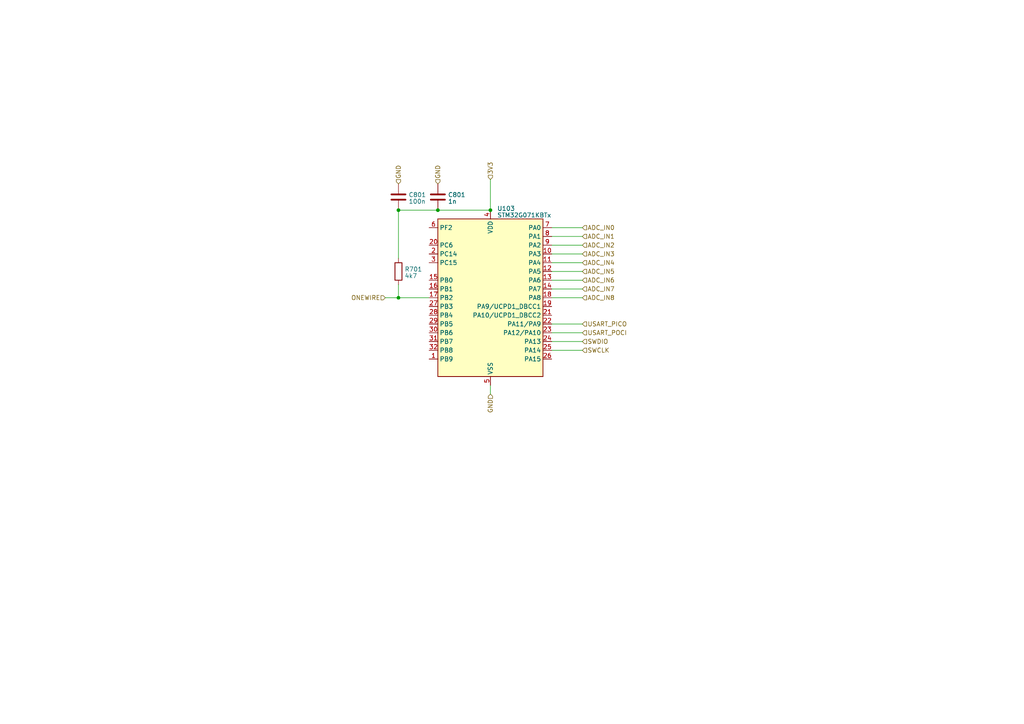
<source format=kicad_sch>
(kicad_sch (version 20230121) (generator eeschema)

  (uuid a2a88a52-8cdb-4122-8d15-41075823ed07)

  (paper "A4")

  (lib_symbols
    (symbol "Device:C" (pin_numbers hide) (pin_names (offset 0.254)) (in_bom yes) (on_board yes)
      (property "Reference" "C" (at 0.635 2.54 0)
        (effects (font (size 1.27 1.27)) (justify left))
      )
      (property "Value" "C" (at 0.635 -2.54 0)
        (effects (font (size 1.27 1.27)) (justify left))
      )
      (property "Footprint" "" (at 0.9652 -3.81 0)
        (effects (font (size 1.27 1.27)) hide)
      )
      (property "Datasheet" "~" (at 0 0 0)
        (effects (font (size 1.27 1.27)) hide)
      )
      (property "ki_keywords" "cap capacitor" (at 0 0 0)
        (effects (font (size 1.27 1.27)) hide)
      )
      (property "ki_description" "Unpolarized capacitor" (at 0 0 0)
        (effects (font (size 1.27 1.27)) hide)
      )
      (property "ki_fp_filters" "C_*" (at 0 0 0)
        (effects (font (size 1.27 1.27)) hide)
      )
      (symbol "C_0_1"
        (polyline
          (pts
            (xy -2.032 -0.762)
            (xy 2.032 -0.762)
          )
          (stroke (width 0.508) (type default))
          (fill (type none))
        )
        (polyline
          (pts
            (xy -2.032 0.762)
            (xy 2.032 0.762)
          )
          (stroke (width 0.508) (type default))
          (fill (type none))
        )
      )
      (symbol "C_1_1"
        (pin passive line (at 0 3.81 270) (length 2.794)
          (name "~" (effects (font (size 1.27 1.27))))
          (number "1" (effects (font (size 1.27 1.27))))
        )
        (pin passive line (at 0 -3.81 90) (length 2.794)
          (name "~" (effects (font (size 1.27 1.27))))
          (number "2" (effects (font (size 1.27 1.27))))
        )
      )
    )
    (symbol "Device:R" (pin_numbers hide) (pin_names (offset 0)) (in_bom yes) (on_board yes)
      (property "Reference" "R" (at 2.032 0 90)
        (effects (font (size 1.27 1.27)))
      )
      (property "Value" "R" (at 0 0 90)
        (effects (font (size 1.27 1.27)))
      )
      (property "Footprint" "" (at -1.778 0 90)
        (effects (font (size 1.27 1.27)) hide)
      )
      (property "Datasheet" "~" (at 0 0 0)
        (effects (font (size 1.27 1.27)) hide)
      )
      (property "ki_keywords" "R res resistor" (at 0 0 0)
        (effects (font (size 1.27 1.27)) hide)
      )
      (property "ki_description" "Resistor" (at 0 0 0)
        (effects (font (size 1.27 1.27)) hide)
      )
      (property "ki_fp_filters" "R_*" (at 0 0 0)
        (effects (font (size 1.27 1.27)) hide)
      )
      (symbol "R_0_1"
        (rectangle (start -1.016 -2.54) (end 1.016 2.54)
          (stroke (width 0.254) (type default))
          (fill (type none))
        )
      )
      (symbol "R_1_1"
        (pin passive line (at 0 3.81 270) (length 1.27)
          (name "~" (effects (font (size 1.27 1.27))))
          (number "1" (effects (font (size 1.27 1.27))))
        )
        (pin passive line (at 0 -3.81 90) (length 1.27)
          (name "~" (effects (font (size 1.27 1.27))))
          (number "2" (effects (font (size 1.27 1.27))))
        )
      )
    )
    (symbol "MCU_ST_STM32G0:STM32G071KBTx" (in_bom yes) (on_board yes)
      (property "Reference" "U" (at -15.24 24.13 0)
        (effects (font (size 1.27 1.27)) (justify left))
      )
      (property "Value" "STM32G071KBTx" (at 2.54 24.13 0)
        (effects (font (size 1.27 1.27)) (justify left))
      )
      (property "Footprint" "Package_QFP:LQFP-32_7x7mm_P0.8mm" (at -15.24 -22.86 0)
        (effects (font (size 1.27 1.27)) (justify right) hide)
      )
      (property "Datasheet" "https://www.st.com/resource/en/datasheet/stm32g071kb.pdf" (at 0 0 0)
        (effects (font (size 1.27 1.27)) hide)
      )
      (property "ki_locked" "" (at 0 0 0)
        (effects (font (size 1.27 1.27)))
      )
      (property "ki_keywords" "Arm Cortex-M0+ STM32G0 STM32G0x1" (at 0 0 0)
        (effects (font (size 1.27 1.27)) hide)
      )
      (property "ki_description" "STMicroelectronics Arm Cortex-M0+ MCU, 128KB flash, 36KB RAM, 64 MHz, 1.7-3.6V, 30 GPIO, LQFP32" (at 0 0 0)
        (effects (font (size 1.27 1.27)) hide)
      )
      (property "ki_fp_filters" "LQFP*7x7mm*P0.8mm*" (at 0 0 0)
        (effects (font (size 1.27 1.27)) hide)
      )
      (symbol "STM32G071KBTx_0_1"
        (rectangle (start -15.24 -22.86) (end 15.24 22.86)
          (stroke (width 0.254) (type default))
          (fill (type background))
        )
      )
      (symbol "STM32G071KBTx_1_1"
        (pin bidirectional line (at -17.78 -17.78 0) (length 2.54)
          (name "PB9" (effects (font (size 1.27 1.27))))
          (number "1" (effects (font (size 1.27 1.27))))
          (alternate "DAC1_EXTI9" bidirectional line)
          (alternate "I2C1_SDA" bidirectional line)
          (alternate "IR_OUT" bidirectional line)
          (alternate "SPI2_NSS" bidirectional line)
          (alternate "TIM17_CH1" bidirectional line)
          (alternate "USART3_RX" bidirectional line)
        )
        (pin bidirectional line (at 17.78 12.7 180) (length 2.54)
          (name "PA3" (effects (font (size 1.27 1.27))))
          (number "10" (effects (font (size 1.27 1.27))))
          (alternate "ADC1_IN3" bidirectional line)
          (alternate "COMP2_INP" bidirectional line)
          (alternate "LPUART1_RX" bidirectional line)
          (alternate "SPI2_MISO" bidirectional line)
          (alternate "TIM15_CH2" bidirectional line)
          (alternate "TIM2_CH4" bidirectional line)
          (alternate "USART2_RX" bidirectional line)
        )
        (pin bidirectional line (at 17.78 10.16 180) (length 2.54)
          (name "PA4" (effects (font (size 1.27 1.27))))
          (number "11" (effects (font (size 1.27 1.27))))
          (alternate "ADC1_IN4" bidirectional line)
          (alternate "DAC1_OUT1" bidirectional line)
          (alternate "I2S1_WS" bidirectional line)
          (alternate "LPTIM2_OUT" bidirectional line)
          (alternate "RTC_OUT_ALARM" bidirectional line)
          (alternate "RTC_OUT_CALIB" bidirectional line)
          (alternate "RTC_TAMP_IN1" bidirectional line)
          (alternate "RTC_TS" bidirectional line)
          (alternate "SPI1_NSS" bidirectional line)
          (alternate "SPI2_MOSI" bidirectional line)
          (alternate "SYS_WKUP2" bidirectional line)
          (alternate "TIM14_CH1" bidirectional line)
        )
        (pin bidirectional line (at 17.78 7.62 180) (length 2.54)
          (name "PA5" (effects (font (size 1.27 1.27))))
          (number "12" (effects (font (size 1.27 1.27))))
          (alternate "ADC1_IN5" bidirectional line)
          (alternate "CEC" bidirectional line)
          (alternate "DAC1_OUT2" bidirectional line)
          (alternate "I2S1_CK" bidirectional line)
          (alternate "LPTIM2_ETR" bidirectional line)
          (alternate "SPI1_SCK" bidirectional line)
          (alternate "TIM2_CH1" bidirectional line)
          (alternate "TIM2_ETR" bidirectional line)
          (alternate "UCPD1_FRSTX1" bidirectional line)
          (alternate "UCPD1_FRSTX2" bidirectional line)
          (alternate "USART3_TX" bidirectional line)
        )
        (pin bidirectional line (at 17.78 5.08 180) (length 2.54)
          (name "PA6" (effects (font (size 1.27 1.27))))
          (number "13" (effects (font (size 1.27 1.27))))
          (alternate "ADC1_IN6" bidirectional line)
          (alternate "COMP1_OUT" bidirectional line)
          (alternate "I2S1_MCK" bidirectional line)
          (alternate "LPUART1_CTS" bidirectional line)
          (alternate "SPI1_MISO" bidirectional line)
          (alternate "TIM16_CH1" bidirectional line)
          (alternate "TIM1_BK" bidirectional line)
          (alternate "TIM3_CH1" bidirectional line)
          (alternate "USART3_CTS" bidirectional line)
          (alternate "USART3_NSS" bidirectional line)
        )
        (pin bidirectional line (at 17.78 2.54 180) (length 2.54)
          (name "PA7" (effects (font (size 1.27 1.27))))
          (number "14" (effects (font (size 1.27 1.27))))
          (alternate "ADC1_IN7" bidirectional line)
          (alternate "COMP2_OUT" bidirectional line)
          (alternate "I2S1_SD" bidirectional line)
          (alternate "SPI1_MOSI" bidirectional line)
          (alternate "TIM14_CH1" bidirectional line)
          (alternate "TIM17_CH1" bidirectional line)
          (alternate "TIM1_CH1N" bidirectional line)
          (alternate "TIM3_CH2" bidirectional line)
          (alternate "UCPD1_FRSTX1" bidirectional line)
          (alternate "UCPD1_FRSTX2" bidirectional line)
        )
        (pin bidirectional line (at -17.78 5.08 0) (length 2.54)
          (name "PB0" (effects (font (size 1.27 1.27))))
          (number "15" (effects (font (size 1.27 1.27))))
          (alternate "ADC1_IN8" bidirectional line)
          (alternate "COMP1_OUT" bidirectional line)
          (alternate "I2S1_WS" bidirectional line)
          (alternate "LPTIM1_OUT" bidirectional line)
          (alternate "SPI1_NSS" bidirectional line)
          (alternate "TIM1_CH2N" bidirectional line)
          (alternate "TIM3_CH3" bidirectional line)
          (alternate "UCPD1_FRSTX1" bidirectional line)
          (alternate "UCPD1_FRSTX2" bidirectional line)
          (alternate "USART3_RX" bidirectional line)
        )
        (pin bidirectional line (at -17.78 2.54 0) (length 2.54)
          (name "PB1" (effects (font (size 1.27 1.27))))
          (number "16" (effects (font (size 1.27 1.27))))
          (alternate "ADC1_IN9" bidirectional line)
          (alternate "COMP1_INM" bidirectional line)
          (alternate "LPTIM2_IN1" bidirectional line)
          (alternate "LPUART1_DE" bidirectional line)
          (alternate "LPUART1_RTS" bidirectional line)
          (alternate "TIM14_CH1" bidirectional line)
          (alternate "TIM1_CH3N" bidirectional line)
          (alternate "TIM3_CH4" bidirectional line)
          (alternate "USART3_CK" bidirectional line)
          (alternate "USART3_DE" bidirectional line)
          (alternate "USART3_RTS" bidirectional line)
        )
        (pin bidirectional line (at -17.78 0 0) (length 2.54)
          (name "PB2" (effects (font (size 1.27 1.27))))
          (number "17" (effects (font (size 1.27 1.27))))
          (alternate "ADC1_IN10" bidirectional line)
          (alternate "COMP1_INP" bidirectional line)
          (alternate "LPTIM1_OUT" bidirectional line)
          (alternate "SPI2_MISO" bidirectional line)
          (alternate "USART3_TX" bidirectional line)
        )
        (pin bidirectional line (at 17.78 0 180) (length 2.54)
          (name "PA8" (effects (font (size 1.27 1.27))))
          (number "18" (effects (font (size 1.27 1.27))))
          (alternate "LPTIM2_OUT" bidirectional line)
          (alternate "RCC_MCO" bidirectional line)
          (alternate "SPI2_NSS" bidirectional line)
          (alternate "TIM1_CH1" bidirectional line)
          (alternate "UCPD1_CC1" bidirectional line)
        )
        (pin bidirectional line (at 17.78 -2.54 180) (length 2.54)
          (name "PA9/UCPD1_DBCC1" (effects (font (size 1.27 1.27))))
          (number "19" (effects (font (size 1.27 1.27))))
          (alternate "DAC1_EXTI9" bidirectional line)
          (alternate "I2C1_SCL" bidirectional line)
          (alternate "RCC_MCO" bidirectional line)
          (alternate "SPI2_MISO" bidirectional line)
          (alternate "TIM15_BK" bidirectional line)
          (alternate "TIM1_CH2" bidirectional line)
          (alternate "UCPD1_DBCC1" bidirectional line)
          (alternate "USART1_TX" bidirectional line)
        )
        (pin bidirectional line (at -17.78 12.7 0) (length 2.54)
          (name "PC14" (effects (font (size 1.27 1.27))))
          (number "2" (effects (font (size 1.27 1.27))))
          (alternate "RCC_OSC32_IN" bidirectional line)
          (alternate "RCC_OSC_IN" bidirectional line)
          (alternate "TIM1_BK2" bidirectional line)
        )
        (pin bidirectional line (at -17.78 15.24 0) (length 2.54)
          (name "PC6" (effects (font (size 1.27 1.27))))
          (number "20" (effects (font (size 1.27 1.27))))
          (alternate "TIM2_CH3" bidirectional line)
          (alternate "TIM3_CH1" bidirectional line)
          (alternate "UCPD1_FRSTX1" bidirectional line)
          (alternate "UCPD1_FRSTX2" bidirectional line)
        )
        (pin bidirectional line (at 17.78 -5.08 180) (length 2.54)
          (name "PA10/UCPD1_DBCC2" (effects (font (size 1.27 1.27))))
          (number "21" (effects (font (size 1.27 1.27))))
          (alternate "I2C1_SDA" bidirectional line)
          (alternate "SPI2_MOSI" bidirectional line)
          (alternate "TIM17_BK" bidirectional line)
          (alternate "TIM1_CH3" bidirectional line)
          (alternate "UCPD1_DBCC2" bidirectional line)
          (alternate "USART1_RX" bidirectional line)
        )
        (pin bidirectional line (at 17.78 -7.62 180) (length 2.54)
          (name "PA11/PA9" (effects (font (size 1.27 1.27))))
          (number "22" (effects (font (size 1.27 1.27))))
          (alternate "ADC1_EXTI11" bidirectional line)
          (alternate "COMP1_OUT" bidirectional line)
          (alternate "I2C2_SCL" bidirectional line)
          (alternate "I2S1_MCK" bidirectional line)
          (alternate "SPI1_MISO" bidirectional line)
          (alternate "TIM1_BK2" bidirectional line)
          (alternate "TIM1_CH4" bidirectional line)
          (alternate "USART1_CTS" bidirectional line)
          (alternate "USART1_NSS" bidirectional line)
        )
        (pin bidirectional line (at 17.78 -10.16 180) (length 2.54)
          (name "PA12/PA10" (effects (font (size 1.27 1.27))))
          (number "23" (effects (font (size 1.27 1.27))))
          (alternate "COMP2_OUT" bidirectional line)
          (alternate "I2C2_SDA" bidirectional line)
          (alternate "I2S1_SD" bidirectional line)
          (alternate "I2S_CKIN" bidirectional line)
          (alternate "SPI1_MOSI" bidirectional line)
          (alternate "TIM1_ETR" bidirectional line)
          (alternate "USART1_CK" bidirectional line)
          (alternate "USART1_DE" bidirectional line)
          (alternate "USART1_RTS" bidirectional line)
        )
        (pin bidirectional line (at 17.78 -12.7 180) (length 2.54)
          (name "PA13" (effects (font (size 1.27 1.27))))
          (number "24" (effects (font (size 1.27 1.27))))
          (alternate "IR_OUT" bidirectional line)
          (alternate "SYS_SWDIO" bidirectional line)
        )
        (pin bidirectional line (at 17.78 -15.24 180) (length 2.54)
          (name "PA14" (effects (font (size 1.27 1.27))))
          (number "25" (effects (font (size 1.27 1.27))))
          (alternate "SYS_SWCLK" bidirectional line)
          (alternate "USART2_TX" bidirectional line)
        )
        (pin bidirectional line (at 17.78 -17.78 180) (length 2.54)
          (name "PA15" (effects (font (size 1.27 1.27))))
          (number "26" (effects (font (size 1.27 1.27))))
          (alternate "I2S1_WS" bidirectional line)
          (alternate "SPI1_NSS" bidirectional line)
          (alternate "TIM2_CH1" bidirectional line)
          (alternate "TIM2_ETR" bidirectional line)
          (alternate "USART2_RX" bidirectional line)
          (alternate "USART3_CK" bidirectional line)
          (alternate "USART3_DE" bidirectional line)
          (alternate "USART3_RTS" bidirectional line)
          (alternate "USART4_CK" bidirectional line)
          (alternate "USART4_DE" bidirectional line)
          (alternate "USART4_RTS" bidirectional line)
        )
        (pin bidirectional line (at -17.78 -2.54 0) (length 2.54)
          (name "PB3" (effects (font (size 1.27 1.27))))
          (number "27" (effects (font (size 1.27 1.27))))
          (alternate "COMP2_INM" bidirectional line)
          (alternate "I2S1_CK" bidirectional line)
          (alternate "SPI1_SCK" bidirectional line)
          (alternate "TIM1_CH2" bidirectional line)
          (alternate "TIM2_CH2" bidirectional line)
          (alternate "USART1_CK" bidirectional line)
          (alternate "USART1_DE" bidirectional line)
          (alternate "USART1_RTS" bidirectional line)
        )
        (pin bidirectional line (at -17.78 -5.08 0) (length 2.54)
          (name "PB4" (effects (font (size 1.27 1.27))))
          (number "28" (effects (font (size 1.27 1.27))))
          (alternate "COMP2_INP" bidirectional line)
          (alternate "I2S1_MCK" bidirectional line)
          (alternate "SPI1_MISO" bidirectional line)
          (alternate "TIM17_BK" bidirectional line)
          (alternate "TIM3_CH1" bidirectional line)
          (alternate "USART1_CTS" bidirectional line)
          (alternate "USART1_NSS" bidirectional line)
        )
        (pin bidirectional line (at -17.78 -7.62 0) (length 2.54)
          (name "PB5" (effects (font (size 1.27 1.27))))
          (number "29" (effects (font (size 1.27 1.27))))
          (alternate "COMP2_OUT" bidirectional line)
          (alternate "I2C1_SMBA" bidirectional line)
          (alternate "I2S1_SD" bidirectional line)
          (alternate "LPTIM1_IN1" bidirectional line)
          (alternate "SPI1_MOSI" bidirectional line)
          (alternate "SYS_WKUP6" bidirectional line)
          (alternate "TIM16_BK" bidirectional line)
          (alternate "TIM3_CH2" bidirectional line)
        )
        (pin bidirectional line (at -17.78 10.16 0) (length 2.54)
          (name "PC15" (effects (font (size 1.27 1.27))))
          (number "3" (effects (font (size 1.27 1.27))))
          (alternate "RCC_OSC32_EN" bidirectional line)
          (alternate "RCC_OSC32_OUT" bidirectional line)
          (alternate "RCC_OSC_EN" bidirectional line)
          (alternate "TIM15_BK" bidirectional line)
        )
        (pin bidirectional line (at -17.78 -10.16 0) (length 2.54)
          (name "PB6" (effects (font (size 1.27 1.27))))
          (number "30" (effects (font (size 1.27 1.27))))
          (alternate "COMP2_INP" bidirectional line)
          (alternate "I2C1_SCL" bidirectional line)
          (alternate "LPTIM1_ETR" bidirectional line)
          (alternate "SPI2_MISO" bidirectional line)
          (alternate "TIM16_CH1N" bidirectional line)
          (alternate "TIM1_CH3" bidirectional line)
          (alternate "USART1_TX" bidirectional line)
        )
        (pin bidirectional line (at -17.78 -12.7 0) (length 2.54)
          (name "PB7" (effects (font (size 1.27 1.27))))
          (number "31" (effects (font (size 1.27 1.27))))
          (alternate "COMP2_INM" bidirectional line)
          (alternate "I2C1_SDA" bidirectional line)
          (alternate "LPTIM1_IN2" bidirectional line)
          (alternate "SPI2_MOSI" bidirectional line)
          (alternate "SYS_PVD_IN" bidirectional line)
          (alternate "TIM17_CH1N" bidirectional line)
          (alternate "USART1_RX" bidirectional line)
          (alternate "USART4_CTS" bidirectional line)
          (alternate "USART4_NSS" bidirectional line)
        )
        (pin bidirectional line (at -17.78 -15.24 0) (length 2.54)
          (name "PB8" (effects (font (size 1.27 1.27))))
          (number "32" (effects (font (size 1.27 1.27))))
          (alternate "CEC" bidirectional line)
          (alternate "I2C1_SCL" bidirectional line)
          (alternate "SPI2_SCK" bidirectional line)
          (alternate "TIM15_BK" bidirectional line)
          (alternate "TIM16_CH1" bidirectional line)
          (alternate "USART3_TX" bidirectional line)
        )
        (pin power_in line (at 0 25.4 270) (length 2.54)
          (name "VDD" (effects (font (size 1.27 1.27))))
          (number "4" (effects (font (size 1.27 1.27))))
        )
        (pin power_in line (at 0 -25.4 90) (length 2.54)
          (name "VSS" (effects (font (size 1.27 1.27))))
          (number "5" (effects (font (size 1.27 1.27))))
        )
        (pin bidirectional line (at -17.78 20.32 0) (length 2.54)
          (name "PF2" (effects (font (size 1.27 1.27))))
          (number "6" (effects (font (size 1.27 1.27))))
          (alternate "RCC_MCO" bidirectional line)
        )
        (pin bidirectional line (at 17.78 20.32 180) (length 2.54)
          (name "PA0" (effects (font (size 1.27 1.27))))
          (number "7" (effects (font (size 1.27 1.27))))
          (alternate "ADC1_IN0" bidirectional line)
          (alternate "COMP1_INM" bidirectional line)
          (alternate "COMP1_OUT" bidirectional line)
          (alternate "LPTIM1_OUT" bidirectional line)
          (alternate "RTC_TAMP_IN2" bidirectional line)
          (alternate "SPI2_SCK" bidirectional line)
          (alternate "SYS_WKUP1" bidirectional line)
          (alternate "TIM2_CH1" bidirectional line)
          (alternate "TIM2_ETR" bidirectional line)
          (alternate "USART2_CTS" bidirectional line)
          (alternate "USART2_NSS" bidirectional line)
          (alternate "USART4_TX" bidirectional line)
        )
        (pin bidirectional line (at 17.78 17.78 180) (length 2.54)
          (name "PA1" (effects (font (size 1.27 1.27))))
          (number "8" (effects (font (size 1.27 1.27))))
          (alternate "ADC1_IN1" bidirectional line)
          (alternate "COMP1_INP" bidirectional line)
          (alternate "I2C1_SMBA" bidirectional line)
          (alternate "I2S1_CK" bidirectional line)
          (alternate "SPI1_SCK" bidirectional line)
          (alternate "TIM15_CH1N" bidirectional line)
          (alternate "TIM2_CH2" bidirectional line)
          (alternate "USART2_CK" bidirectional line)
          (alternate "USART2_DE" bidirectional line)
          (alternate "USART2_RTS" bidirectional line)
          (alternate "USART4_RX" bidirectional line)
        )
        (pin bidirectional line (at 17.78 15.24 180) (length 2.54)
          (name "PA2" (effects (font (size 1.27 1.27))))
          (number "9" (effects (font (size 1.27 1.27))))
          (alternate "ADC1_IN2" bidirectional line)
          (alternate "COMP2_INM" bidirectional line)
          (alternate "COMP2_OUT" bidirectional line)
          (alternate "I2S1_SD" bidirectional line)
          (alternate "LPUART1_TX" bidirectional line)
          (alternate "RCC_LSCO" bidirectional line)
          (alternate "SPI1_MOSI" bidirectional line)
          (alternate "SYS_WKUP4" bidirectional line)
          (alternate "TIM15_CH1" bidirectional line)
          (alternate "TIM2_CH3" bidirectional line)
          (alternate "UCPD1_FRSTX1" bidirectional line)
          (alternate "UCPD1_FRSTX2" bidirectional line)
          (alternate "USART2_TX" bidirectional line)
        )
      )
    )
  )

  (junction (at 142.24 60.96) (diameter 0) (color 0 0 0 0)
    (uuid 38cf061f-a809-4c48-94b9-f443936275f2)
  )
  (junction (at 115.57 60.96) (diameter 0) (color 0 0 0 0)
    (uuid 67d8dc9c-ddf2-423e-aec4-c7bdb7f69719)
  )
  (junction (at 115.57 86.36) (diameter 0) (color 0 0 0 0)
    (uuid 6d313573-7233-445f-8cdd-a89cf7b34568)
  )
  (junction (at 127 60.96) (diameter 0) (color 0 0 0 0)
    (uuid 73d077db-f492-493c-9775-71b5acef8ff2)
  )

  (wire (pts (xy 168.91 81.28) (xy 160.02 81.28))
    (stroke (width 0) (type default))
    (uuid 22641a86-c9ea-434f-ad0e-2a1d1b326a3f)
  )
  (wire (pts (xy 115.57 74.93) (xy 115.57 60.96))
    (stroke (width 0) (type default))
    (uuid 2cdf665c-503f-4d84-9e8b-e5b9dffc60f5)
  )
  (wire (pts (xy 168.91 83.82) (xy 160.02 83.82))
    (stroke (width 0) (type default))
    (uuid 402a52ef-1873-4ec9-a96d-b3509f018dad)
  )
  (wire (pts (xy 142.24 52.07) (xy 142.24 60.96))
    (stroke (width 0) (type default))
    (uuid 55592df4-6726-4eb8-9e47-9dc1363f0e1b)
  )
  (wire (pts (xy 115.57 82.55) (xy 115.57 86.36))
    (stroke (width 0) (type default))
    (uuid 56544579-637b-4d0c-9beb-c6cb0bc748a1)
  )
  (wire (pts (xy 127 60.96) (xy 142.24 60.96))
    (stroke (width 0) (type default))
    (uuid 5af347f5-8267-44da-b53a-75426528856a)
  )
  (wire (pts (xy 115.57 60.96) (xy 127 60.96))
    (stroke (width 0) (type default))
    (uuid 6008f450-c173-4916-92f6-449eb05059a3)
  )
  (wire (pts (xy 168.91 73.66) (xy 160.02 73.66))
    (stroke (width 0) (type default))
    (uuid 62e9a1e5-141d-4fa3-ac77-914c4efb3cda)
  )
  (wire (pts (xy 168.91 86.36) (xy 160.02 86.36))
    (stroke (width 0) (type default))
    (uuid 6c2cb490-060b-4758-96b9-ff45f430a53e)
  )
  (wire (pts (xy 168.91 93.98) (xy 160.02 93.98))
    (stroke (width 0) (type default))
    (uuid 6d406c93-bb7b-4f14-8945-30df564f9d8c)
  )
  (wire (pts (xy 115.57 86.36) (xy 124.46 86.36))
    (stroke (width 0) (type default))
    (uuid 6fa7afae-e8ee-496b-854e-051dc503d13a)
  )
  (wire (pts (xy 168.91 76.2) (xy 160.02 76.2))
    (stroke (width 0) (type default))
    (uuid 7e67ed92-3d45-4325-8e2c-b928b684db15)
  )
  (wire (pts (xy 111.76 86.36) (xy 115.57 86.36))
    (stroke (width 0) (type default))
    (uuid 86a8bc67-1377-45d6-889f-3fa34a542d99)
  )
  (wire (pts (xy 168.91 96.52) (xy 160.02 96.52))
    (stroke (width 0) (type default))
    (uuid 8acafbb8-62f3-4bb0-be69-75237c35bd9d)
  )
  (wire (pts (xy 168.91 99.06) (xy 160.02 99.06))
    (stroke (width 0) (type default))
    (uuid 97c91af6-6f1d-4cc9-b46a-7ac3dcd51e2f)
  )
  (wire (pts (xy 142.24 114.3) (xy 142.24 111.76))
    (stroke (width 0) (type default))
    (uuid 9cf26f9f-352d-4cb4-aa8b-39e05385734f)
  )
  (wire (pts (xy 168.91 101.6) (xy 160.02 101.6))
    (stroke (width 0) (type default))
    (uuid bdca8e57-2fb8-4647-ac07-97b1ae4f81ff)
  )
  (wire (pts (xy 168.91 71.12) (xy 160.02 71.12))
    (stroke (width 0) (type default))
    (uuid dec5e195-76a6-4f0c-b71e-66305b259c7e)
  )
  (wire (pts (xy 168.91 66.04) (xy 160.02 66.04))
    (stroke (width 0) (type default))
    (uuid e3e24cba-e3fa-4fc1-9552-ae643b8b6e57)
  )
  (wire (pts (xy 168.91 68.58) (xy 160.02 68.58))
    (stroke (width 0) (type default))
    (uuid ebf4268c-9d9c-4287-b91d-055ebcc06003)
  )
  (wire (pts (xy 168.91 78.74) (xy 160.02 78.74))
    (stroke (width 0) (type default))
    (uuid f3557452-8ad7-40fe-bf86-bfd725fd67ab)
  )

  (hierarchical_label "ADC_IN2" (shape input) (at 168.91 71.12 0) (fields_autoplaced)
    (effects (font (size 1.27 1.27)) (justify left))
    (uuid 0231d231-7c7d-4db0-bf5b-787101719e7a)
  )
  (hierarchical_label "ADC_IN3" (shape input) (at 168.91 73.66 0) (fields_autoplaced)
    (effects (font (size 1.27 1.27)) (justify left))
    (uuid 0548b875-fb4f-4fe0-a79e-8808003eff01)
  )
  (hierarchical_label "GND" (shape input) (at 127 53.34 90) (fields_autoplaced)
    (effects (font (size 1.27 1.27)) (justify left))
    (uuid 05b59c4c-8774-4616-8548-cf72a111ac0e)
  )
  (hierarchical_label "USART_POCI" (shape input) (at 168.91 96.52 0) (fields_autoplaced)
    (effects (font (size 1.27 1.27)) (justify left))
    (uuid 07880a87-89dc-4f8b-9c30-88528abdf3f0)
  )
  (hierarchical_label "GND" (shape input) (at 142.24 114.3 270) (fields_autoplaced)
    (effects (font (size 1.27 1.27)) (justify right))
    (uuid 2238a6f2-0071-45c3-82d5-387360dba1a1)
  )
  (hierarchical_label "ADC_IN7" (shape input) (at 168.91 83.82 0) (fields_autoplaced)
    (effects (font (size 1.27 1.27)) (justify left))
    (uuid 245cd085-dc32-4b43-88dc-35d6c21e2eeb)
  )
  (hierarchical_label "ADC_IN8" (shape input) (at 168.91 86.36 0) (fields_autoplaced)
    (effects (font (size 1.27 1.27)) (justify left))
    (uuid 54474b0e-ec22-4e70-b5ff-34e607e691cb)
  )
  (hierarchical_label "GND" (shape input) (at 115.57 53.34 90) (fields_autoplaced)
    (effects (font (size 1.27 1.27)) (justify left))
    (uuid 61ffb646-e459-4abe-a53a-985539d5dd85)
  )
  (hierarchical_label "ONEWIRE" (shape input) (at 111.76 86.36 180) (fields_autoplaced)
    (effects (font (size 1.27 1.27)) (justify right))
    (uuid 6675fe89-d77b-4312-b8b9-d8879f1a4cef)
  )
  (hierarchical_label "3V3" (shape input) (at 142.24 52.07 90) (fields_autoplaced)
    (effects (font (size 1.27 1.27)) (justify left))
    (uuid 75259130-6729-493c-b334-c6da367ca9f1)
  )
  (hierarchical_label "SWDIO" (shape input) (at 168.91 99.06 0) (fields_autoplaced)
    (effects (font (size 1.27 1.27)) (justify left))
    (uuid 7bd535ca-4323-48d4-80b3-df8d9a5b42b8)
  )
  (hierarchical_label "ADC_IN1" (shape input) (at 168.91 68.58 0) (fields_autoplaced)
    (effects (font (size 1.27 1.27)) (justify left))
    (uuid 81e74a19-9fc7-48b7-8e54-0fac087bfdea)
  )
  (hierarchical_label "USART_PICO" (shape input) (at 168.91 93.98 0) (fields_autoplaced)
    (effects (font (size 1.27 1.27)) (justify left))
    (uuid 91ff22c1-391b-4d98-9b5f-6dbdb6ec92b1)
  )
  (hierarchical_label "ADC_IN4" (shape input) (at 168.91 76.2 0) (fields_autoplaced)
    (effects (font (size 1.27 1.27)) (justify left))
    (uuid 96971da0-c552-4ab3-94c1-32dc058927a7)
  )
  (hierarchical_label "SWCLK" (shape input) (at 168.91 101.6 0) (fields_autoplaced)
    (effects (font (size 1.27 1.27)) (justify left))
    (uuid aca6dcf3-85b1-430a-9754-f8ea4424a23c)
  )
  (hierarchical_label "ADC_IN0" (shape input) (at 168.91 66.04 0) (fields_autoplaced)
    (effects (font (size 1.27 1.27)) (justify left))
    (uuid cefffe10-984e-4903-8765-c956e678ecf6)
  )
  (hierarchical_label "ADC_IN5" (shape input) (at 168.91 78.74 0) (fields_autoplaced)
    (effects (font (size 1.27 1.27)) (justify left))
    (uuid d07e3f71-50d8-4f6b-8471-e1c9123bd6ce)
  )
  (hierarchical_label "ADC_IN6" (shape input) (at 168.91 81.28 0) (fields_autoplaced)
    (effects (font (size 1.27 1.27)) (justify left))
    (uuid eaf9f8b4-7fec-48b0-b454-b4299dc44823)
  )

  (symbol (lib_id "MCU_ST_STM32G0:STM32G071KBTx") (at 142.24 86.36 0) (unit 1)
    (in_bom yes) (on_board yes) (dnp no) (fields_autoplaced)
    (uuid 925aaa53-b4e8-4dfa-b809-a9105dfab9d4)
    (property "Reference" "U103" (at 144.1959 60.4901 0)
      (effects (font (size 1.27 1.27)) (justify left))
    )
    (property "Value" "STM32G071KBTx" (at 144.1959 62.4111 0)
      (effects (font (size 1.27 1.27)) (justify left))
    )
    (property "Footprint" "Package_QFP:LQFP-32_7x7mm_P0.8mm" (at 127 109.22 0)
      (effects (font (size 1.27 1.27)) (justify right) hide)
    )
    (property "Datasheet" "https://www.st.com/resource/en/datasheet/stm32g071kb.pdf" (at 142.24 86.36 0)
      (effects (font (size 1.27 1.27)) hide)
    )
    (pin "1" (uuid aa826d2b-f042-41f0-9342-6b3958d65cb4))
    (pin "10" (uuid 0a94173e-690f-40f1-bc89-41d38ac46c40))
    (pin "11" (uuid a7501d8e-f923-4971-b588-64a519f91ded))
    (pin "12" (uuid c9cf0129-9c16-47f7-95d6-3008b1e827b9))
    (pin "13" (uuid da8de926-f50a-4455-bcd4-e3a33e8240a7))
    (pin "14" (uuid d46d3318-07bb-40e3-9dac-deaa4cfabbca))
    (pin "15" (uuid d8443f3d-890c-4443-bcd0-562631b861ab))
    (pin "16" (uuid 7884d6ad-3e8e-41cb-8f45-fccbdc9ae883))
    (pin "17" (uuid 0ff7ac1a-9d7b-4631-bb3d-5847dc4597c5))
    (pin "18" (uuid 06652d39-82a1-4b4e-92af-15d6efc28770))
    (pin "19" (uuid d10181c4-b663-49f6-bfe2-4eae6a90be51))
    (pin "2" (uuid c466711d-c236-426f-af5c-68f0b82bfb14))
    (pin "20" (uuid 7dc6a8cf-3b91-4ceb-9e07-f2a960b5d77b))
    (pin "21" (uuid ea3d4998-0f8f-412e-9c3c-33a9210c104d))
    (pin "22" (uuid 2e628dd6-20be-48a4-b27d-661d770d8b98))
    (pin "23" (uuid 52c7f308-fac7-463a-99cd-15418aa20abc))
    (pin "24" (uuid f0ba0109-fff0-48cc-ac9e-6a181ff9002b))
    (pin "25" (uuid 4ea10337-e0c1-4de9-907d-0ef0cf5a89f8))
    (pin "26" (uuid 61c1f9bb-4864-4417-9145-0ee0c0a7f66c))
    (pin "27" (uuid f0252f71-a6a7-4347-9b14-060df6f4d266))
    (pin "28" (uuid 833f50a8-f004-47d7-963f-839e88bada5b))
    (pin "29" (uuid 5b134100-6f22-43c0-804f-c3074248e0bd))
    (pin "3" (uuid 2fd8e8f0-3a8b-4741-afc8-1ed7cd7d4ee7))
    (pin "30" (uuid 68bd2d6c-57d4-4760-9f52-62a2a7a355a8))
    (pin "31" (uuid 9b10df94-b070-49a3-8754-114816e00f91))
    (pin "32" (uuid 8da9ec66-772e-4945-baf7-7d9cedd3e213))
    (pin "4" (uuid 4ee67fc5-e9ec-4392-98e7-0d7ce5e1d800))
    (pin "5" (uuid cb8639ca-9bf3-4cd6-ab1d-b822adb4aaba))
    (pin "6" (uuid 2544f39b-30c9-48ae-a616-d3963b41bb8c))
    (pin "7" (uuid d61d9641-2c0a-4dd4-a55d-e13d5bf423ee))
    (pin "8" (uuid 9f40fcf8-6667-4e3d-a24f-293c02491fb9))
    (pin "9" (uuid 86e044fa-0247-4b66-a96d-a8cb2333c097))
    (instances
      (project "main"
        (path "/a7d525ca-c4cb-4a7a-8337-8afd7514bbeb"
          (reference "U103") (unit 1)
        )
        (path "/a7d525ca-c4cb-4a7a-8337-8afd7514bbeb/608fadb2-7436-4bb6-b36c-1e70f65483d8"
          (reference "U103") (unit 1)
        )
      )
    )
  )

  (symbol (lib_id "Device:R") (at 115.57 78.74 180) (unit 1)
    (in_bom yes) (on_board yes) (dnp no) (fields_autoplaced)
    (uuid c3646a7c-b0e6-498f-9964-7bdc9a284d84)
    (property "Reference" "R701" (at 117.348 78.0963 0)
      (effects (font (size 1.27 1.27)) (justify right))
    )
    (property "Value" "4k7" (at 117.348 80.0173 0)
      (effects (font (size 1.27 1.27)) (justify right))
    )
    (property "Footprint" "Resistor_SMD:R_0603_1608Metric_Pad0.98x0.95mm_HandSolder" (at 117.348 78.74 90)
      (effects (font (size 1.27 1.27)) hide)
    )
    (property "Datasheet" "~" (at 115.57 78.74 0)
      (effects (font (size 1.27 1.27)) hide)
    )
    (pin "1" (uuid 04953a84-c727-4ec2-b171-fe229fa57b07))
    (pin "2" (uuid 48e16240-8376-4759-a3df-370f107e8254))
    (instances
      (project "main"
        (path "/a7d525ca-c4cb-4a7a-8337-8afd7514bbeb"
          (reference "R701") (unit 1)
        )
        (path "/a7d525ca-c4cb-4a7a-8337-8afd7514bbeb/a66b9f2e-6ae3-4ea2-ba88-5754b149371d"
          (reference "R109") (unit 1)
        )
        (path "/a7d525ca-c4cb-4a7a-8337-8afd7514bbeb/608fadb2-7436-4bb6-b36c-1e70f65483d8"
          (reference "R137") (unit 1)
        )
      )
    )
  )

  (symbol (lib_id "Device:C") (at 127 57.15 180) (unit 1)
    (in_bom yes) (on_board yes) (dnp no) (fields_autoplaced)
    (uuid d57cbb4e-fb36-4bf6-8f24-07e63cadc217)
    (property "Reference" "C801" (at 129.921 56.5063 0)
      (effects (font (size 1.27 1.27)) (justify right))
    )
    (property "Value" "1n" (at 129.921 58.4273 0)
      (effects (font (size 1.27 1.27)) (justify right))
    )
    (property "Footprint" "Capacitor_SMD:C_0603_1608Metric_Pad1.08x0.95mm_HandSolder" (at 126.0348 53.34 0)
      (effects (font (size 1.27 1.27)) hide)
    )
    (property "Datasheet" "~" (at 127 57.15 0)
      (effects (font (size 1.27 1.27)) hide)
    )
    (pin "1" (uuid 0fad3687-2dd9-4e22-abd5-5aa063efbb1f))
    (pin "2" (uuid 303a170d-0df0-4f21-b97a-7cac5495e95c))
    (instances
      (project "main"
        (path "/a7d525ca-c4cb-4a7a-8337-8afd7514bbeb"
          (reference "C801") (unit 1)
        )
        (path "/a7d525ca-c4cb-4a7a-8337-8afd7514bbeb/a66b9f2e-6ae3-4ea2-ba88-5754b149371d"
          (reference "C103") (unit 1)
        )
        (path "/a7d525ca-c4cb-4a7a-8337-8afd7514bbeb/608fadb2-7436-4bb6-b36c-1e70f65483d8"
          (reference "C121") (unit 1)
        )
      )
    )
  )

  (symbol (lib_id "Device:C") (at 115.57 57.15 180) (unit 1)
    (in_bom yes) (on_board yes) (dnp no) (fields_autoplaced)
    (uuid defd591f-ead1-4472-8172-0103dd96377e)
    (property "Reference" "C801" (at 118.491 56.5063 0)
      (effects (font (size 1.27 1.27)) (justify right))
    )
    (property "Value" "100n" (at 118.491 58.4273 0)
      (effects (font (size 1.27 1.27)) (justify right))
    )
    (property "Footprint" "Capacitor_SMD:C_0603_1608Metric_Pad1.08x0.95mm_HandSolder" (at 114.6048 53.34 0)
      (effects (font (size 1.27 1.27)) hide)
    )
    (property "Datasheet" "~" (at 115.57 57.15 0)
      (effects (font (size 1.27 1.27)) hide)
    )
    (pin "1" (uuid 9ca36a7e-4473-47cb-b09b-055303b151ea))
    (pin "2" (uuid 6b8500c6-ff8b-42de-976f-11bb67329266))
    (instances
      (project "main"
        (path "/a7d525ca-c4cb-4a7a-8337-8afd7514bbeb"
          (reference "C801") (unit 1)
        )
        (path "/a7d525ca-c4cb-4a7a-8337-8afd7514bbeb/a66b9f2e-6ae3-4ea2-ba88-5754b149371d"
          (reference "C103") (unit 1)
        )
        (path "/a7d525ca-c4cb-4a7a-8337-8afd7514bbeb/608fadb2-7436-4bb6-b36c-1e70f65483d8"
          (reference "C120") (unit 1)
        )
      )
    )
  )
)

</source>
